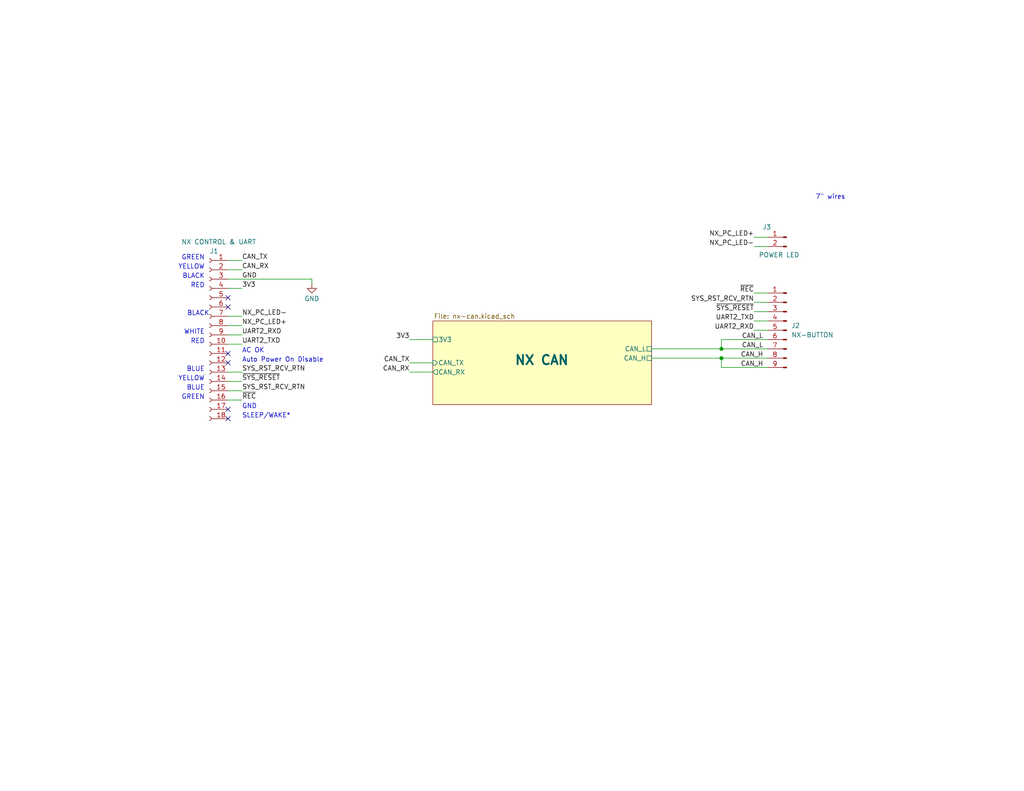
<source format=kicad_sch>
(kicad_sch (version 20231120) (generator "eeschema") (generator_version "8.0")
  (paper "A")
  (title_block (title "NX Button Interface V3") (date "2024-11-03") (rev "1") (company "971 SPARTAN ROBOTICS"))
  (lib_symbols
    (symbol "Connector:Conn_01x02_Pin" (pin_names (offset 1.016) hide)
      (property "Reference" "J" (at 0 2.54 0))
      (property "Value" "Conn_01x02_Pin" (at 0 -5.08 0))
      (symbol "Conn_01x02_Pin_1_1"
        (polyline (pts (xy 1.27 -2.54) (xy 0.8636 -2.54)) (stroke (width 0.1524)))
        (polyline (pts (xy 1.27 0) (xy 0.8636 0)) (stroke (width 0.1524)))
        (rectangle (start 0.8636 -2.413) (end 0 -2.667) (stroke (width 0.1524)) (fill (type outline)))
        (rectangle (start 0.8636 0.127) (end 0 -0.127) (stroke (width 0.1524)) (fill (type outline)))
        (pin passive line (at 5.08 0 180) (length 3.81) (name "Pin_1") (number "1"))
        (pin passive line (at 5.08 -2.54 180) (length 3.81) (name "Pin_2") (number "2"))
      )
    )
    (symbol "Connector:Conn_01x09_Pin" (pin_names (offset 1.016) hide)
      (property "Reference" "J" (at 0 12.7 0))
      (property "Value" "Conn_01x09_Pin" (at 0 -12.7 0))
      (symbol "Conn_01x09_Pin_1_1"
        (polyline (pts (xy 1.27 -10.16) (xy 0.8636 -10.16)) (stroke (width 0.1524)))
        (polyline (pts (xy 1.27 -7.62) (xy 0.8636 -7.62)) (stroke (width 0.1524)))
        (polyline (pts (xy 1.27 -5.08) (xy 0.8636 -5.08)) (stroke (width 0.1524)))
        (polyline (pts (xy 1.27 -2.54) (xy 0.8636 -2.54)) (stroke (width 0.1524)))
        (polyline (pts (xy 1.27 0) (xy 0.8636 0)) (stroke (width 0.1524)))
        (polyline (pts (xy 1.27 2.54) (xy 0.8636 2.54)) (stroke (width 0.1524)))
        (polyline (pts (xy 1.27 5.08) (xy 0.8636 5.08)) (stroke (width 0.1524)))
        (polyline (pts (xy 1.27 7.62) (xy 0.8636 7.62)) (stroke (width 0.1524)))
        (polyline (pts (xy 1.27 10.16) (xy 0.8636 10.16)) (stroke (width 0.1524)))
        (rectangle (start 0.8636 -10.033) (end 0 -10.287) (stroke (width 0.1524)) (fill (type outline)))
        (rectangle (start 0.8636 -7.493) (end 0 -7.747) (stroke (width 0.1524)) (fill (type outline)))
        (rectangle (start 0.8636 -4.953) (end 0 -5.207) (stroke (width 0.1524)) (fill (type outline)))
        (rectangle (start 0.8636 -2.413) (end 0 -2.667) (stroke (width 0.1524)) (fill (type outline)))
        (rectangle (start 0.8636 0.127) (end 0 -0.127) (stroke (width 0.1524)) (fill (type outline)))
        (rectangle (start 0.8636 2.667) (end 0 2.413) (stroke (width 0.1524)) (fill (type outline)))
        (rectangle (start 0.8636 5.207) (end 0 4.953) (stroke (width 0.1524)) (fill (type outline)))
        (rectangle (start 0.8636 7.747) (end 0 7.493) (stroke (width 0.1524)) (fill (type outline)))
        (rectangle (start 0.8636 10.287) (end 0 10.033) (stroke (width 0.1524)) (fill (type outline)))
        (pin passive line (at 5.08 10.16 180) (length 3.81) (name "Pin_1") (number "1"))
        (pin passive line (at 5.08 7.62 180) (length 3.81) (name "Pin_2") (number "2"))
        (pin passive line (at 5.08 5.08 180) (length 3.81) (name "Pin_3") (number "3"))
        (pin passive line (at 5.08 2.54 180) (length 3.81) (name "Pin_4") (number "4"))
        (pin passive line (at 5.08 0 180) (length 3.81) (name "Pin_5") (number "5"))
        (pin passive line (at 5.08 -2.54 180) (length 3.81) (name "Pin_6") (number "6"))
        (pin passive line (at 5.08 -5.08 180) (length 3.81) (name "Pin_7") (number "7"))
        (pin passive line (at 5.08 -7.62 180) (length 3.81) (name "Pin_8") (number "8"))
        (pin passive line (at 5.08 -10.16 180) (length 3.81) (name "Pin_9") (number "9"))
      )
    )
    (symbol "Connector:Conn_01x18_Socket" (pin_names (offset 1.016) hide)
      (property "Reference" "J" (at 0 22.86 0))
      (property "Value" "Conn_01x18_Socket" (at 0 -25.4 0))
      (symbol "Conn_01x18_Socket_1_1"
        (arc (start 0 -22.352) (mid -0.5058 -22.86) (end 0 -23.368) (stroke (width 0.1524)))
        (arc (start 0 -19.812) (mid -0.5058 -20.32) (end 0 -20.828) (stroke (width 0.1524)))
        (arc (start 0 -17.272) (mid -0.5058 -17.78) (end 0 -18.288) (stroke (width 0.1524)))
        (arc (start 0 -14.732) (mid -0.5058 -15.24) (end 0 -15.748) (stroke (width 0.1524)))
        (arc (start 0 -12.192) (mid -0.5058 -12.7) (end 0 -13.208) (stroke (width 0.1524)))
        (arc (start 0 -9.652) (mid -0.5058 -10.16) (end 0 -10.668) (stroke (width 0.1524)))
        (arc (start 0 -7.112) (mid -0.5058 -7.62) (end 0 -8.128) (stroke (width 0.1524)))
        (arc (start 0 -4.572) (mid -0.5058 -5.08) (end 0 -5.588) (stroke (width 0.1524)))
        (arc (start 0 -2.032) (mid -0.5058 -2.54) (end 0 -3.048) (stroke (width 0.1524)))
        (polyline (pts (xy -1.27 -22.86) (xy -0.508 -22.86)) (stroke (width 0.1524)))
        (polyline (pts (xy -1.27 -20.32) (xy -0.508 -20.32)) (stroke (width 0.1524)))
        (polyline (pts (xy -1.27 -17.78) (xy -0.508 -17.78)) (stroke (width 0.1524)))
        (polyline (pts (xy -1.27 -15.24) (xy -0.508 -15.24)) (stroke (width 0.1524)))
        (polyline (pts (xy -1.27 -12.7) (xy -0.508 -12.7)) (stroke (width 0.1524)))
        (polyline (pts (xy -1.27 -10.16) (xy -0.508 -10.16)) (stroke (width 0.1524)))
        (polyline (pts (xy -1.27 -7.62) (xy -0.508 -7.62)) (stroke (width 0.1524)))
        (polyline (pts (xy -1.27 -5.08) (xy -0.508 -5.08)) (stroke (width 0.1524)))
        (polyline (pts (xy -1.27 -2.54) (xy -0.508 -2.54)) (stroke (width 0.1524)))
        (polyline (pts (xy -1.27 0) (xy -0.508 0)) (stroke (width 0.1524)))
        (polyline (pts (xy -1.27 2.54) (xy -0.508 2.54)) (stroke (width 0.1524)))
        (polyline (pts (xy -1.27 5.08) (xy -0.508 5.08)) (stroke (width 0.1524)))
        (polyline (pts (xy -1.27 7.62) (xy -0.508 7.62)) (stroke (width 0.1524)))
        (polyline (pts (xy -1.27 10.16) (xy -0.508 10.16)) (stroke (width 0.1524)))
        (polyline (pts (xy -1.27 12.7) (xy -0.508 12.7)) (stroke (width 0.1524)))
        (polyline (pts (xy -1.27 15.24) (xy -0.508 15.24)) (stroke (width 0.1524)))
        (polyline (pts (xy -1.27 17.78) (xy -0.508 17.78)) (stroke (width 0.1524)))
        (polyline (pts (xy -1.27 20.32) (xy -0.508 20.32)) (stroke (width 0.1524)))
        (arc (start 0 0.508) (mid -0.5058 0) (end 0 -0.508) (stroke (width 0.1524)))
        (arc (start 0 3.048) (mid -0.5058 2.54) (end 0 2.032) (stroke (width 0.1524)))
        (arc (start 0 5.588) (mid -0.5058 5.08) (end 0 4.572) (stroke (width 0.1524)))
        (arc (start 0 8.128) (mid -0.5058 7.62) (end 0 7.112) (stroke (width 0.1524)))
        (arc (start 0 10.668) (mid -0.5058 10.16) (end 0 9.652) (stroke (width 0.1524)))
        (arc (start 0 13.208) (mid -0.5058 12.7) (end 0 12.192) (stroke (width 0.1524)))
        (arc (start 0 15.748) (mid -0.5058 15.24) (end 0 14.732) (stroke (width 0.1524)))
        (arc (start 0 18.288) (mid -0.5058 17.78) (end 0 17.272) (stroke (width 0.1524)))
        (arc (start 0 20.828) (mid -0.5058 20.32) (end 0 19.812) (stroke (width 0.1524)))
        (pin passive line (at -5.08 20.32 0) (length 3.81) (name "Pin_1") (number "1"))
        (pin passive line (at -5.08 -2.54 0) (length 3.81) (name "Pin_10") (number "10"))
        (pin passive line (at -5.08 -5.08 0) (length 3.81) (name "Pin_11") (number "11"))
        (pin passive line (at -5.08 -7.62 0) (length 3.81) (name "Pin_12") (number "12"))
        (pin passive line (at -5.08 -10.16 0) (length 3.81) (name "Pin_13") (number "13"))
        (pin passive line (at -5.08 -12.7 0) (length 3.81) (name "Pin_14") (number "14"))
        (pin passive line (at -5.08 -15.24 0) (length 3.81) (name "Pin_15") (number "15"))
        (pin passive line (at -5.08 -17.78 0) (length 3.81) (name "Pin_16") (number "16"))
        (pin passive line (at -5.08 -20.32 0) (length 3.81) (name "Pin_17") (number "17"))
        (pin passive line (at -5.08 -22.86 0) (length 3.81) (name "Pin_18") (number "18"))
        (pin passive line (at -5.08 17.78 0) (length 3.81) (name "Pin_2") (number "2"))
        (pin passive line (at -5.08 15.24 0) (length 3.81) (name "Pin_3") (number "3"))
        (pin passive line (at -5.08 12.7 0) (length 3.81) (name "Pin_4") (number "4"))
        (pin passive line (at -5.08 10.16 0) (length 3.81) (name "Pin_5") (number "5"))
        (pin passive line (at -5.08 7.62 0) (length 3.81) (name "Pin_6") (number "6"))
        (pin passive line (at -5.08 5.08 0) (length 3.81) (name "Pin_7") (number "7"))
        (pin passive line (at -5.08 2.54 0) (length 3.81) (name "Pin_8") (number "8"))
        (pin passive line (at -5.08 0 0) (length 3.81) (name "Pin_9") (number "9"))
      )
    )
    (symbol "power:GND" (power) (pin_numbers hide) (pin_names (offset 0) hide)
      (property "Value" "GND" (at 0 -3.81 0))
      (symbol "GND_0_1"
        (polyline (pts (xy 0 0) (xy 0 -1.27) (xy 1.27 -1.27) (xy 0 -2.54) (xy -1.27 -1.27) (xy 0 -1.27)))
      )
      (symbol "GND_1_1"
        (pin power_in line (at 0 0 270) (length 0) (name "~") (number "1"))
      )
    )
  )
  (junction (at 196.85 95.25))
  (junction (at 196.85 97.79))
  (no_connect (at 62.23 114.3))
  (no_connect (at 62.23 99.06))
  (no_connect (at 62.23 83.82))
  (no_connect (at 62.23 81.28))
  (no_connect (at 62.23 111.76))
  (no_connect (at 62.23 96.52))
  (wire (pts (xy 205.74 85.09) (xy 209.55 85.09)))
  (wire (pts (xy 205.74 87.63) (xy 209.55 87.63)))
  (wire (pts (xy 66.04 104.14) (xy 62.23 104.14)))
  (wire (pts (xy 205.74 64.77) (xy 209.55 64.77)))
  (wire (pts (xy 205.74 80.01) (xy 209.55 80.01)))
  (wire (pts (xy 111.76 101.6) (xy 118.11 101.6)))
  (wire (pts (xy 66.04 86.36) (xy 62.23 86.36)))
  (wire (pts (xy 62.23 76.2) (xy 85.09 76.2)))
  (wire (pts (xy 196.85 95.25) (xy 209.55 95.25)))
  (wire (pts (xy 205.74 90.17) (xy 209.55 90.17)))
  (wire (pts (xy 66.04 91.44) (xy 62.23 91.44)))
  (wire (pts (xy 66.04 106.68) (xy 62.23 106.68)))
  (wire (pts (xy 66.04 93.98) (xy 62.23 93.98)))
  (wire (pts (xy 177.8 97.79) (xy 196.85 97.79)))
  (wire (pts (xy 111.76 99.06) (xy 118.11 99.06)))
  (wire (pts (xy 66.04 71.12) (xy 62.23 71.12)))
  (wire (pts (xy 177.8 95.25) (xy 196.85 95.25)))
  (wire (pts (xy 66.04 73.66) (xy 62.23 73.66)))
  (wire (pts (xy 196.85 97.79) (xy 196.85 100.33)))
  (wire (pts (xy 62.23 88.9) (xy 66.04 88.9)))
  (wire (pts (xy 196.85 92.71) (xy 209.55 92.71)))
  (wire (pts (xy 205.74 82.55) (xy 209.55 82.55)))
  (wire (pts (xy 85.09 76.2) (xy 85.09 77.47)))
  (wire (pts (xy 66.04 101.6) (xy 62.23 101.6)))
  (wire (pts (xy 66.04 109.22) (xy 62.23 109.22)))
  (wire (pts (xy 66.04 78.74) (xy 62.23 78.74)))
  (wire (pts (xy 205.74 67.31) (xy 209.55 67.31)))
  (wire (pts (xy 196.85 100.33) (xy 209.55 100.33)))
  (wire (pts (xy 111.76 92.71) (xy 118.11 92.71)))
  (wire (pts (xy 196.85 92.71) (xy 196.85 95.25)))
  (wire (pts (xy 196.85 97.79) (xy 209.55 97.79)))
  (text "RED" (at 55.88 78.74 0) (effects (font (size 1.27 1.27)) (justify right bottom)))
  (text "YELLOW" (at 55.88 73.66 0) (effects (font (size 1.27 1.27)) (justify right bottom)))
  (text "GREEN" (at 55.88 71.12 0) (effects (font (size 1.27 1.27)) (justify right bottom)))
  (text "BLACK" (at 57.15 86.36 0) (effects (font (size 1.27 1.27)) (justify right bottom)))
  (text "GREEN" (at 55.88 109.22 0) (effects (font (size 1.27 1.27)) (justify right bottom)))
  (text "WHITE" (at 55.88 91.44 0) (effects (font (size 1.27 1.27)) (justify right bottom)))
  (text "BLACK" (at 55.88 76.2 0) (effects (font (size 1.27 1.27)) (justify right bottom)))
  (text "BLUE" (at 55.88 106.68 0) (effects (font (size 1.27 1.27)) (justify right bottom)))
  (text "7\" wires" (at 222.504 54.61 0) (effects (font (size 1.27 1.27)) (justify left bottom)))
  (text "AC OK" (at 66.04 96.52 0) (effects (font (size 1.27 1.27)) (justify left bottom)))
  (text "RED" (at 55.88 93.98 0) (effects (font (size 1.27 1.27)) (justify right bottom)))
  (text "BLUE" (at 55.88 101.6 0) (effects (font (size 1.27 1.27)) (justify right bottom)))
  (text "YELLOW" (at 55.88 104.14 0) (effects (font (size 1.27 1.27)) (justify right bottom)))
  (text "GND" (at 66.04 111.76 0) (effects (font (size 1.27 1.27)) (justify left bottom)))
  (text "Auto Power On Disable" (at 66.04 99.06 0) (effects (font (size 1.27 1.27)) (justify left bottom)))
  (text "SLEEP/WAKE*" (at 66.04 114.3 0) (effects (font (size 1.27 1.27)) (justify left bottom)))
  (label "NX_PC_LED-" (at 205.74 67.31 180))
  (label "UART2_TXD" (at 205.74 87.63 180))
  (label "~{SYS_RESET}" (at 66.04 104.14 0))
  (label "CAN_TX" (at 66.04 71.12 0))
  (label "GND" (at 66.04 76.2 0))
  (label "~{REC}" (at 66.04 109.22 0))
  (label "CAN_L" (at 208.28 92.71 180))
  (label "UART2_RXD" (at 205.74 90.17 180))
  (label "NX_PC_LED+" (at 66.04 88.9 0))
  (label "CAN_H" (at 208.28 100.33 180))
  (label "SYS_RST_RCV_RTN" (at 205.74 82.55 180))
  (label "CAN_RX" (at 66.04 73.66 0))
  (label "CAN_L" (at 208.28 95.25 180))
  (label "~{SYS_RESET}" (at 205.74 85.09 180))
  (label "CAN_TX" (at 111.76 99.06 180))
  (label "3V3" (at 66.04 78.74 0))
  (label "NX_PC_LED+" (at 205.74 64.77 180))
  (label "3V3" (at 111.76 92.71 180))
  (label "CAN_RX" (at 111.76 101.6 180))
  (label "~{REC}" (at 205.74 80.01 180))
  (label "SYS_RST_RCV_RTN" (at 66.04 106.68 0))
  (label "UART2_RXD" (at 66.04 91.44 0))
  (label "CAN_H" (at 208.28 97.79 180))
  (label "UART2_TXD" (at 66.04 93.98 0))
  (label "NX_PC_LED-" (at 66.04 86.36 0))
  (label "SYS_RST_RCV_RTN" (at 66.04 101.6 0))
  (symbol (lib_id "power:GND") (at 85.09 77.47 0) (unit 1)
    (property "Reference" "#PWR08" (effects (hide yes)))
    (property "Value" "GND" (at 85.09 81.534 0))
    (property "Description" "Power symbol creates a global label with name \"GND\" , ground" (effects (hide yes)))
  )
  (symbol (lib_id "Connector:Conn_01x18_Socket") (at 57.15 91.44 0) (mirror y) (unit 1)
    (property "Reference" "J1" (at 58.42 68.58 0))
    (property "Value" "NX CONTROL & UART" (at 59.69 66.04 0))
    (property "Footprint" "Connector_PinSocket_2.54mm:PinSocket_1x18_P2.54mm_Vertical" (effects (hide yes)))
    (property "Datasheet" "Components/Sullins-Female_Headers.100_DS.pdf" (effects (hide yes)))
    (property "MFG" "Sullins Connector Solutions" (effects (hide yes)))
    (property "MFG P/N" "PPTC181LFBN-RC" (effects (hide yes)))
    (property "DIST" "Digikey" (effects (hide yes)))
    (property "DIST P/N" "S7016-ND" (effects (hide yes)))
  )
  (symbol (lib_id "Connector:Conn_01x02_Pin") (at 214.63 64.77 0) (mirror y) (unit 1)
    (property "Reference" "J3" (at 208.026 61.976 0) (effects (justify right)))
    (property "Value" "POWER LED" (at 207.01 69.596 0) (effects (justify right)))
    (property "Footprint" "NX-ButtonInterface:2-pin-solder-pads" (effects (hide yes)))
    (property "Description" "Generic connector, single row, 01x02, script generated" (effects (hide yes)))
  )
  (symbol (lib_id "Connector:Conn_01x09_Pin") (at 214.63 90.17 0) (mirror y) (unit 1)
    (property "Reference" "J2" (at 215.9 88.8999 0) (effects (justify right)))
    (property "Value" "NX-BUTTON" (at 215.9 91.4399 0) (effects (justify right)))
    (property "Footprint" "NX-ButtonInterface:9-pin-solder-pads" (effects (hide yes)))
    (property "Description" "Generic connector, single row, 01x09, script generated" (effects (hide yes)))
  )
  (sheet (at 118.11 87.63) (size 59.69 22.86) (stroke (width 0.1524)) (fill (color 255 255 194 1.0000))
    (property "Sheetname" "NX CAN" (at 147.828 98.298 0) (effects (font (size 2.54 2.54) (thickness 0.508) (bold yes))))
    (property "Sheetfile" "nx-can.kicad_sch" (at 118.364 85.598 0) (effects (justify left top)))
    (pin "CAN_L" passive (at 177.8 95.25 0))
    (pin "CAN_H" passive (at 177.8 97.79 0))
    (pin "CAN_RX" output (at 118.11 101.6 180))
    (pin "CAN_TX" input (at 118.11 99.06 180))
    (pin "3V3" passive (at 118.11 92.71 180))
  )
)
</source>
